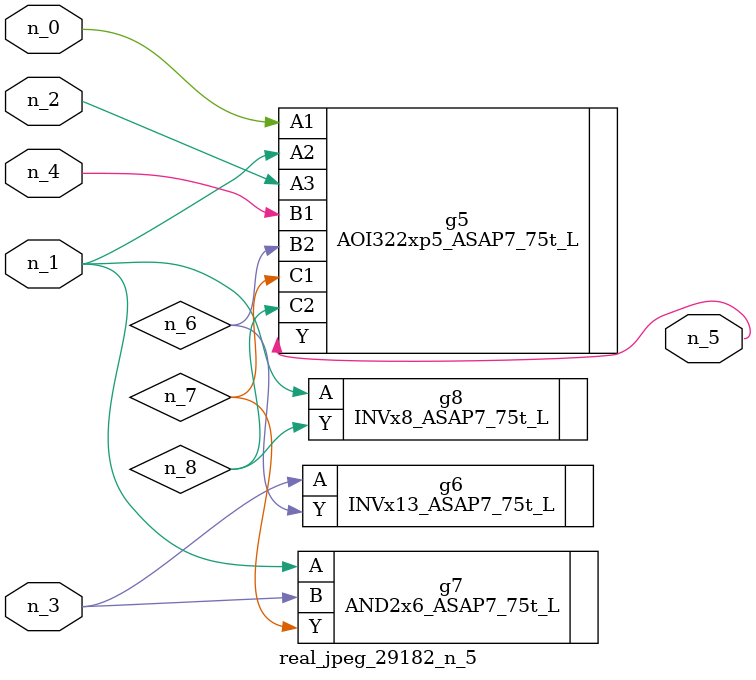
<source format=v>
module real_jpeg_29182_n_5 (n_4, n_0, n_1, n_2, n_3, n_5);

input n_4;
input n_0;
input n_1;
input n_2;
input n_3;

output n_5;

wire n_8;
wire n_6;
wire n_7;

AOI322xp5_ASAP7_75t_L g5 ( 
.A1(n_0),
.A2(n_1),
.A3(n_2),
.B1(n_4),
.B2(n_6),
.C1(n_7),
.C2(n_8),
.Y(n_5)
);

AND2x6_ASAP7_75t_L g7 ( 
.A(n_1),
.B(n_3),
.Y(n_7)
);

INVx8_ASAP7_75t_L g8 ( 
.A(n_1),
.Y(n_8)
);

INVx13_ASAP7_75t_L g6 ( 
.A(n_3),
.Y(n_6)
);


endmodule
</source>
